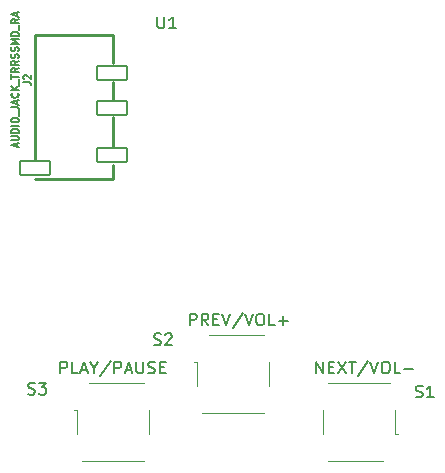
<source format=gto>
%TF.GenerationSoftware,KiCad,Pcbnew,(6.0.8)*%
%TF.CreationDate,2024-10-24T13:15:24+05:30*%
%TF.ProjectId,mp3_player,6d70335f-706c-4617-9965-722e6b696361,rev?*%
%TF.SameCoordinates,Original*%
%TF.FileFunction,Legend,Top*%
%TF.FilePolarity,Positive*%
%FSLAX46Y46*%
G04 Gerber Fmt 4.6, Leading zero omitted, Abs format (unit mm)*
G04 Created by KiCad (PCBNEW (6.0.8)) date 2024-10-24 13:15:24*
%MOMM*%
%LPD*%
G01*
G04 APERTURE LIST*
G04 Aperture macros list*
%AMRoundRect*
0 Rectangle with rounded corners*
0 $1 Rounding radius*
0 $2 $3 $4 $5 $6 $7 $8 $9 X,Y pos of 4 corners*
0 Add a 4 corners polygon primitive as box body*
4,1,4,$2,$3,$4,$5,$6,$7,$8,$9,$2,$3,0*
0 Add four circle primitives for the rounded corners*
1,1,$1+$1,$2,$3*
1,1,$1+$1,$4,$5*
1,1,$1+$1,$6,$7*
1,1,$1+$1,$8,$9*
0 Add four rect primitives between the rounded corners*
20,1,$1+$1,$2,$3,$4,$5,0*
20,1,$1+$1,$4,$5,$6,$7,0*
20,1,$1+$1,$6,$7,$8,$9,0*
20,1,$1+$1,$8,$9,$2,$3,0*%
G04 Aperture macros list end*
%ADD10C,0.150000*%
%ADD11C,0.127000*%
%ADD12C,0.100000*%
%ADD13C,0.254000*%
%ADD14R,2.200000X2.200000*%
%ADD15C,2.200000*%
%ADD16R,1.524000X1.524000*%
%ADD17C,1.524000*%
%ADD18C,1.402080*%
%ADD19RoundRect,0.101600X-1.249680X0.599440X-1.249680X-0.599440X1.249680X-0.599440X1.249680X0.599440X0*%
%ADD20RoundRect,0.101600X1.249680X-0.599440X1.249680X0.599440X-1.249680X0.599440X-1.249680X-0.599440X0*%
%ADD21C,1.803400*%
G04 APERTURE END LIST*
D10*
X132223428Y-106116380D02*
X132223428Y-105116380D01*
X132604380Y-105116380D01*
X132699619Y-105164000D01*
X132747238Y-105211619D01*
X132794857Y-105306857D01*
X132794857Y-105449714D01*
X132747238Y-105544952D01*
X132699619Y-105592571D01*
X132604380Y-105640190D01*
X132223428Y-105640190D01*
X133699619Y-106116380D02*
X133223428Y-106116380D01*
X133223428Y-105116380D01*
X133985333Y-105830666D02*
X134461523Y-105830666D01*
X133890095Y-106116380D02*
X134223428Y-105116380D01*
X134556761Y-106116380D01*
X135080571Y-105640190D02*
X135080571Y-106116380D01*
X134747238Y-105116380D02*
X135080571Y-105640190D01*
X135413904Y-105116380D01*
X136461523Y-105068761D02*
X135604380Y-106354476D01*
X136794857Y-106116380D02*
X136794857Y-105116380D01*
X137175809Y-105116380D01*
X137271047Y-105164000D01*
X137318666Y-105211619D01*
X137366285Y-105306857D01*
X137366285Y-105449714D01*
X137318666Y-105544952D01*
X137271047Y-105592571D01*
X137175809Y-105640190D01*
X136794857Y-105640190D01*
X137747238Y-105830666D02*
X138223428Y-105830666D01*
X137652000Y-106116380D02*
X137985333Y-105116380D01*
X138318666Y-106116380D01*
X138652000Y-105116380D02*
X138652000Y-105925904D01*
X138699619Y-106021142D01*
X138747238Y-106068761D01*
X138842476Y-106116380D01*
X139032952Y-106116380D01*
X139128190Y-106068761D01*
X139175809Y-106021142D01*
X139223428Y-105925904D01*
X139223428Y-105116380D01*
X139652000Y-106068761D02*
X139794857Y-106116380D01*
X140032952Y-106116380D01*
X140128190Y-106068761D01*
X140175809Y-106021142D01*
X140223428Y-105925904D01*
X140223428Y-105830666D01*
X140175809Y-105735428D01*
X140128190Y-105687809D01*
X140032952Y-105640190D01*
X139842476Y-105592571D01*
X139747238Y-105544952D01*
X139699619Y-105497333D01*
X139652000Y-105402095D01*
X139652000Y-105306857D01*
X139699619Y-105211619D01*
X139747238Y-105164000D01*
X139842476Y-105116380D01*
X140080571Y-105116380D01*
X140223428Y-105164000D01*
X140652000Y-105592571D02*
X140985333Y-105592571D01*
X141128190Y-106116380D02*
X140652000Y-106116380D01*
X140652000Y-105116380D01*
X141128190Y-105116380D01*
X153892761Y-106116380D02*
X153892761Y-105116380D01*
X154464190Y-106116380D01*
X154464190Y-105116380D01*
X154940380Y-105592571D02*
X155273714Y-105592571D01*
X155416571Y-106116380D02*
X154940380Y-106116380D01*
X154940380Y-105116380D01*
X155416571Y-105116380D01*
X155749904Y-105116380D02*
X156416571Y-106116380D01*
X156416571Y-105116380D02*
X155749904Y-106116380D01*
X156654666Y-105116380D02*
X157226095Y-105116380D01*
X156940380Y-106116380D02*
X156940380Y-105116380D01*
X158273714Y-105068761D02*
X157416571Y-106354476D01*
X158464190Y-105116380D02*
X158797523Y-106116380D01*
X159130857Y-105116380D01*
X159654666Y-105116380D02*
X159845142Y-105116380D01*
X159940380Y-105164000D01*
X160035619Y-105259238D01*
X160083238Y-105449714D01*
X160083238Y-105783047D01*
X160035619Y-105973523D01*
X159940380Y-106068761D01*
X159845142Y-106116380D01*
X159654666Y-106116380D01*
X159559428Y-106068761D01*
X159464190Y-105973523D01*
X159416571Y-105783047D01*
X159416571Y-105449714D01*
X159464190Y-105259238D01*
X159559428Y-105164000D01*
X159654666Y-105116380D01*
X160988000Y-106116380D02*
X160511809Y-106116380D01*
X160511809Y-105116380D01*
X161321333Y-105735428D02*
X162083238Y-105735428D01*
X143177142Y-102052380D02*
X143177142Y-101052380D01*
X143558095Y-101052380D01*
X143653333Y-101100000D01*
X143700952Y-101147619D01*
X143748571Y-101242857D01*
X143748571Y-101385714D01*
X143700952Y-101480952D01*
X143653333Y-101528571D01*
X143558095Y-101576190D01*
X143177142Y-101576190D01*
X144748571Y-102052380D02*
X144415238Y-101576190D01*
X144177142Y-102052380D02*
X144177142Y-101052380D01*
X144558095Y-101052380D01*
X144653333Y-101100000D01*
X144700952Y-101147619D01*
X144748571Y-101242857D01*
X144748571Y-101385714D01*
X144700952Y-101480952D01*
X144653333Y-101528571D01*
X144558095Y-101576190D01*
X144177142Y-101576190D01*
X145177142Y-101528571D02*
X145510476Y-101528571D01*
X145653333Y-102052380D02*
X145177142Y-102052380D01*
X145177142Y-101052380D01*
X145653333Y-101052380D01*
X145939047Y-101052380D02*
X146272380Y-102052380D01*
X146605714Y-101052380D01*
X147653333Y-101004761D02*
X146796190Y-102290476D01*
X147843809Y-101052380D02*
X148177142Y-102052380D01*
X148510476Y-101052380D01*
X149034285Y-101052380D02*
X149224761Y-101052380D01*
X149320000Y-101100000D01*
X149415238Y-101195238D01*
X149462857Y-101385714D01*
X149462857Y-101719047D01*
X149415238Y-101909523D01*
X149320000Y-102004761D01*
X149224761Y-102052380D01*
X149034285Y-102052380D01*
X148939047Y-102004761D01*
X148843809Y-101909523D01*
X148796190Y-101719047D01*
X148796190Y-101385714D01*
X148843809Y-101195238D01*
X148939047Y-101100000D01*
X149034285Y-101052380D01*
X150367619Y-102052380D02*
X149891428Y-102052380D01*
X149891428Y-101052380D01*
X150700952Y-101671428D02*
X151462857Y-101671428D01*
X151081904Y-102052380D02*
X151081904Y-101290476D01*
%TO.C,S2*%
X140141502Y-103686024D02*
X140284359Y-103733643D01*
X140522454Y-103733643D01*
X140617692Y-103686024D01*
X140665311Y-103638405D01*
X140712930Y-103543167D01*
X140712930Y-103447929D01*
X140665311Y-103352691D01*
X140617692Y-103305072D01*
X140522454Y-103257453D01*
X140331978Y-103209834D01*
X140236740Y-103162215D01*
X140189121Y-103114596D01*
X140141502Y-103019358D01*
X140141502Y-102924120D01*
X140189121Y-102828882D01*
X140236740Y-102781263D01*
X140331978Y-102733643D01*
X140570073Y-102733643D01*
X140712930Y-102781263D01*
X141093883Y-102828882D02*
X141141502Y-102781263D01*
X141236740Y-102733643D01*
X141474835Y-102733643D01*
X141570073Y-102781263D01*
X141617692Y-102828882D01*
X141665311Y-102924120D01*
X141665311Y-103019358D01*
X141617692Y-103162215D01*
X141046264Y-103733643D01*
X141665311Y-103733643D01*
%TO.C,S3*%
X129488719Y-107868332D02*
X129631576Y-107915951D01*
X129869671Y-107915951D01*
X129964909Y-107868332D01*
X130012528Y-107820713D01*
X130060147Y-107725475D01*
X130060147Y-107630237D01*
X130012528Y-107534999D01*
X129964909Y-107487380D01*
X129869671Y-107439761D01*
X129679195Y-107392142D01*
X129583957Y-107344523D01*
X129536338Y-107296904D01*
X129488719Y-107201666D01*
X129488719Y-107106428D01*
X129536338Y-107011190D01*
X129583957Y-106963571D01*
X129679195Y-106915951D01*
X129917290Y-106915951D01*
X130060147Y-106963571D01*
X130393481Y-106915951D02*
X131012528Y-106915951D01*
X130679195Y-107296904D01*
X130822052Y-107296904D01*
X130917290Y-107344523D01*
X130964909Y-107392142D01*
X131012528Y-107487380D01*
X131012528Y-107725475D01*
X130964909Y-107820713D01*
X130917290Y-107868332D01*
X130822052Y-107915951D01*
X130536338Y-107915951D01*
X130441100Y-107868332D01*
X130393481Y-107820713D01*
%TO.C,S1*%
X162306095Y-108100761D02*
X162448952Y-108148380D01*
X162687047Y-108148380D01*
X162782285Y-108100761D01*
X162829904Y-108053142D01*
X162877523Y-107957904D01*
X162877523Y-107862666D01*
X162829904Y-107767428D01*
X162782285Y-107719809D01*
X162687047Y-107672190D01*
X162496571Y-107624571D01*
X162401333Y-107576952D01*
X162353714Y-107529333D01*
X162306095Y-107434095D01*
X162306095Y-107338857D01*
X162353714Y-107243619D01*
X162401333Y-107196000D01*
X162496571Y-107148380D01*
X162734666Y-107148380D01*
X162877523Y-107196000D01*
X163829904Y-108148380D02*
X163258476Y-108148380D01*
X163544190Y-108148380D02*
X163544190Y-107148380D01*
X163448952Y-107291238D01*
X163353714Y-107386476D01*
X163258476Y-107434095D01*
%TO.C,U1*%
X140434595Y-75903727D02*
X140434595Y-76713251D01*
X140482214Y-76808489D01*
X140529833Y-76856108D01*
X140625071Y-76903727D01*
X140815547Y-76903727D01*
X140910785Y-76856108D01*
X140958404Y-76808489D01*
X141006023Y-76713251D01*
X141006023Y-75903727D01*
X142006023Y-76903727D02*
X141434595Y-76903727D01*
X141720309Y-76903727D02*
X141720309Y-75903727D01*
X141625071Y-76046585D01*
X141529833Y-76141823D01*
X141434595Y-76189442D01*
D11*
%TO.C,J2*%
X129079171Y-81462880D02*
X129514600Y-81462880D01*
X129601685Y-81491908D01*
X129659742Y-81549965D01*
X129688771Y-81637051D01*
X129688771Y-81695108D01*
X129137228Y-81201622D02*
X129108200Y-81172594D01*
X129079171Y-81114537D01*
X129079171Y-80969394D01*
X129108200Y-80911337D01*
X129137228Y-80882308D01*
X129195285Y-80853280D01*
X129253342Y-80853280D01*
X129340428Y-80882308D01*
X129688771Y-81230651D01*
X129688771Y-80853280D01*
X128498600Y-86934765D02*
X128498600Y-86644480D01*
X128672771Y-86992822D02*
X128063171Y-86789622D01*
X128672771Y-86586422D01*
X128063171Y-86383222D02*
X128556657Y-86383222D01*
X128614714Y-86354194D01*
X128643742Y-86325165D01*
X128672771Y-86267108D01*
X128672771Y-86150994D01*
X128643742Y-86092937D01*
X128614714Y-86063908D01*
X128556657Y-86034880D01*
X128063171Y-86034880D01*
X128672771Y-85744594D02*
X128063171Y-85744594D01*
X128063171Y-85599451D01*
X128092200Y-85512365D01*
X128150257Y-85454308D01*
X128208314Y-85425280D01*
X128324428Y-85396251D01*
X128411514Y-85396251D01*
X128527628Y-85425280D01*
X128585685Y-85454308D01*
X128643742Y-85512365D01*
X128672771Y-85599451D01*
X128672771Y-85744594D01*
X128672771Y-85134994D02*
X128063171Y-85134994D01*
X128063171Y-84728594D02*
X128063171Y-84612480D01*
X128092200Y-84554422D01*
X128150257Y-84496365D01*
X128266371Y-84467337D01*
X128469571Y-84467337D01*
X128585685Y-84496365D01*
X128643742Y-84554422D01*
X128672771Y-84612480D01*
X128672771Y-84728594D01*
X128643742Y-84786651D01*
X128585685Y-84844708D01*
X128469571Y-84873737D01*
X128266371Y-84873737D01*
X128150257Y-84844708D01*
X128092200Y-84786651D01*
X128063171Y-84728594D01*
X128730828Y-84351222D02*
X128730828Y-83886765D01*
X128063171Y-83567451D02*
X128498600Y-83567451D01*
X128585685Y-83596480D01*
X128643742Y-83654537D01*
X128672771Y-83741622D01*
X128672771Y-83799680D01*
X128498600Y-83306194D02*
X128498600Y-83015908D01*
X128672771Y-83364251D02*
X128063171Y-83161051D01*
X128672771Y-82957851D01*
X128614714Y-82406308D02*
X128643742Y-82435337D01*
X128672771Y-82522422D01*
X128672771Y-82580480D01*
X128643742Y-82667565D01*
X128585685Y-82725622D01*
X128527628Y-82754651D01*
X128411514Y-82783680D01*
X128324428Y-82783680D01*
X128208314Y-82754651D01*
X128150257Y-82725622D01*
X128092200Y-82667565D01*
X128063171Y-82580480D01*
X128063171Y-82522422D01*
X128092200Y-82435337D01*
X128121228Y-82406308D01*
X128672771Y-82145051D02*
X128063171Y-82145051D01*
X128672771Y-81796708D02*
X128324428Y-82057965D01*
X128063171Y-81796708D02*
X128411514Y-82145051D01*
X128730828Y-81680594D02*
X128730828Y-81216137D01*
X128063171Y-81158080D02*
X128063171Y-80809737D01*
X128672771Y-80983908D02*
X128063171Y-80983908D01*
X128672771Y-80258194D02*
X128382485Y-80461394D01*
X128672771Y-80606537D02*
X128063171Y-80606537D01*
X128063171Y-80374308D01*
X128092200Y-80316251D01*
X128121228Y-80287222D01*
X128179285Y-80258194D01*
X128266371Y-80258194D01*
X128324428Y-80287222D01*
X128353457Y-80316251D01*
X128382485Y-80374308D01*
X128382485Y-80606537D01*
X128672771Y-79648594D02*
X128382485Y-79851794D01*
X128672771Y-79996937D02*
X128063171Y-79996937D01*
X128063171Y-79764708D01*
X128092200Y-79706651D01*
X128121228Y-79677622D01*
X128179285Y-79648594D01*
X128266371Y-79648594D01*
X128324428Y-79677622D01*
X128353457Y-79706651D01*
X128382485Y-79764708D01*
X128382485Y-79996937D01*
X128643742Y-79416365D02*
X128672771Y-79329280D01*
X128672771Y-79184137D01*
X128643742Y-79126080D01*
X128614714Y-79097051D01*
X128556657Y-79068022D01*
X128498600Y-79068022D01*
X128440542Y-79097051D01*
X128411514Y-79126080D01*
X128382485Y-79184137D01*
X128353457Y-79300251D01*
X128324428Y-79358308D01*
X128295400Y-79387337D01*
X128237342Y-79416365D01*
X128179285Y-79416365D01*
X128121228Y-79387337D01*
X128092200Y-79358308D01*
X128063171Y-79300251D01*
X128063171Y-79155108D01*
X128092200Y-79068022D01*
X128643742Y-78835794D02*
X128672771Y-78748708D01*
X128672771Y-78603565D01*
X128643742Y-78545508D01*
X128614714Y-78516480D01*
X128556657Y-78487451D01*
X128498600Y-78487451D01*
X128440542Y-78516480D01*
X128411514Y-78545508D01*
X128382485Y-78603565D01*
X128353457Y-78719680D01*
X128324428Y-78777737D01*
X128295400Y-78806765D01*
X128237342Y-78835794D01*
X128179285Y-78835794D01*
X128121228Y-78806765D01*
X128092200Y-78777737D01*
X128063171Y-78719680D01*
X128063171Y-78574537D01*
X128092200Y-78487451D01*
X128672771Y-78226194D02*
X128063171Y-78226194D01*
X128498600Y-78022994D01*
X128063171Y-77819794D01*
X128672771Y-77819794D01*
X128672771Y-77529508D02*
X128063171Y-77529508D01*
X128063171Y-77384365D01*
X128092200Y-77297280D01*
X128150257Y-77239222D01*
X128208314Y-77210194D01*
X128324428Y-77181165D01*
X128411514Y-77181165D01*
X128527628Y-77210194D01*
X128585685Y-77239222D01*
X128643742Y-77297280D01*
X128672771Y-77384365D01*
X128672771Y-77529508D01*
X128730828Y-77065051D02*
X128730828Y-76600594D01*
X128672771Y-76107108D02*
X128382485Y-76310308D01*
X128672771Y-76455451D02*
X128063171Y-76455451D01*
X128063171Y-76223222D01*
X128092200Y-76165165D01*
X128121228Y-76136137D01*
X128179285Y-76107108D01*
X128266371Y-76107108D01*
X128324428Y-76136137D01*
X128353457Y-76165165D01*
X128382485Y-76223222D01*
X128382485Y-76455451D01*
X128498600Y-75874880D02*
X128498600Y-75584594D01*
X128672771Y-75932937D02*
X128063171Y-75729737D01*
X128672771Y-75526537D01*
D12*
%TO.C,S2*%
X149454800Y-109484600D02*
X144162000Y-109474800D01*
X149871200Y-105126800D02*
X149871200Y-107222000D01*
X143765200Y-105122400D02*
X143515200Y-105122400D01*
X144762000Y-102880600D02*
X149429400Y-102880600D01*
X143765200Y-105115800D02*
X143765200Y-107224000D01*
%TO.C,S3*%
X133605200Y-109179800D02*
X133605200Y-111288000D01*
X139294800Y-113548600D02*
X134002000Y-113538800D01*
X134602000Y-106944600D02*
X139269400Y-106944600D01*
X133605200Y-109186400D02*
X133355200Y-109186400D01*
X139711200Y-109190800D02*
X139711200Y-111286000D01*
%TO.C,S1*%
X160526800Y-111292200D02*
X160526800Y-109184000D01*
X160526800Y-111285600D02*
X160776800Y-111285600D01*
X159530000Y-113527400D02*
X154862600Y-113527400D01*
X154837200Y-106923400D02*
X160130000Y-106933200D01*
X154420800Y-111281200D02*
X154420800Y-109186000D01*
D13*
%TO.C,J2*%
X130050540Y-77947520D02*
X130050540Y-87947500D01*
X136649460Y-89649300D02*
X136649460Y-88447880D01*
X136649460Y-77947520D02*
X136649460Y-77449680D01*
X136649460Y-84447380D02*
X136649460Y-86847680D01*
X136149080Y-77449680D02*
X130550920Y-77449680D01*
X130550920Y-77449680D02*
X130050540Y-77449680D01*
X136649460Y-89649300D02*
X130050540Y-89649300D01*
X136649460Y-77947520D02*
X136649460Y-79847440D01*
X136649460Y-77449680D02*
X136149080Y-77449680D01*
X130050540Y-77449680D02*
X130050540Y-77947520D01*
X136649460Y-81447640D02*
X136649460Y-82847180D01*
%TD*%
%LPC*%
D14*
%TO.C,S2*%
X143562000Y-103922000D03*
D15*
X150062000Y-103922000D03*
X143562000Y-108422000D03*
X150062000Y-108422000D03*
%TD*%
D14*
%TO.C,S3*%
X133402000Y-107986000D03*
D15*
X139902000Y-107986000D03*
X133402000Y-112486000D03*
X139902000Y-112486000D03*
%TD*%
D14*
%TO.C,S1*%
X160730000Y-112486000D03*
D15*
X154230000Y-112486000D03*
X160730000Y-107986000D03*
X154230000Y-107986000D03*
%TD*%
D16*
%TO.C,U1*%
X140086500Y-78737347D03*
D17*
X140086500Y-81277347D03*
X140086500Y-83817347D03*
X140086500Y-86357347D03*
X140086500Y-88897347D03*
X140086500Y-91437347D03*
X140086500Y-93977347D03*
X140086500Y-96517347D03*
X157546500Y-96517347D03*
X157546500Y-93977347D03*
X157546500Y-91437347D03*
X157546500Y-88897347D03*
X157546500Y-86357347D03*
X157546500Y-83817347D03*
X157546500Y-81277347D03*
X157546500Y-78737347D03*
%TD*%
D18*
%TO.C,J2*%
X133350000Y-86047580D03*
X133350000Y-79047340D03*
D19*
X130101340Y-88747600D03*
X136598660Y-83647280D03*
D20*
X136598660Y-80647540D03*
D19*
X136598660Y-87647780D03*
%TD*%
D21*
%TO.C,J3*%
X154117473Y-84904206D03*
X154117473Y-81094206D03*
%TD*%
%TO.C,J1*%
X149352577Y-84878718D03*
X149352577Y-81068718D03*
%TD*%
M02*

</source>
